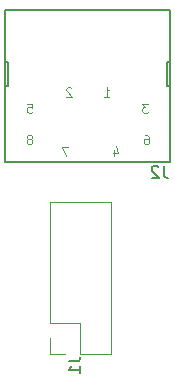
<source format=gbo>
%TF.GenerationSoftware,KiCad,Pcbnew,5.1.12-84ad8e8a86~92~ubuntu20.04.1*%
%TF.CreationDate,2021-12-07T00:05:06-06:00*%
%TF.ProjectId,portboard_mdd,706f7274-626f-4617-9264-5f726962626f,rev?*%
%TF.SameCoordinates,Original*%
%TF.FileFunction,Legend,Bot*%
%TF.FilePolarity,Positive*%
%FSLAX46Y46*%
G04 Gerber Fmt 4.6, Leading zero omitted, Abs format (unit mm)*
G04 Created by KiCad (PCBNEW 5.1.12-84ad8e8a86~92~ubuntu20.04.1) date 2021-12-07 00:05:06*
%MOMM*%
%LPD*%
G01*
G04 APERTURE LIST*
%ADD10C,0.120000*%
%ADD11C,0.127000*%
%ADD12C,0.150000*%
%ADD13C,0.065024*%
G04 APERTURE END LIST*
D10*
%TO.C,J1*%
X58360000Y-37024000D02*
X63560000Y-37024000D01*
X58360000Y-47244000D02*
X58360000Y-37024000D01*
X63560000Y-49844000D02*
X63560000Y-37024000D01*
X58360000Y-47244000D02*
X60960000Y-47244000D01*
X60960000Y-47244000D02*
X60960000Y-49844000D01*
X60960000Y-49844000D02*
X63560000Y-49844000D01*
X58360000Y-48514000D02*
X58360000Y-49844000D01*
X58360000Y-49844000D02*
X59690000Y-49844000D01*
D11*
%TO.C,J2*%
X68281000Y-27150000D02*
X68531000Y-27150000D01*
X68281000Y-25150000D02*
X68281000Y-27150000D01*
X68581000Y-25150000D02*
X68281000Y-25150000D01*
X54881000Y-27150000D02*
X54581000Y-27150000D01*
X54881000Y-25150000D02*
X54881000Y-27150000D01*
X54581000Y-25150000D02*
X54881000Y-25150000D01*
X54581000Y-25150000D02*
X54581000Y-20700000D01*
X54581000Y-27150000D02*
X54581000Y-25150000D01*
X54581000Y-33600000D02*
X54581000Y-27150000D01*
X68581000Y-33600000D02*
X54581000Y-33600000D01*
X68581000Y-25150000D02*
X68581000Y-33600000D01*
X68581000Y-20700000D02*
X68581000Y-25150000D01*
X54581000Y-20700000D02*
X68581000Y-20700000D01*
%TO.C,J1*%
D12*
X59967880Y-50466666D02*
X60682166Y-50466666D01*
X60825023Y-50419047D01*
X60920261Y-50323809D01*
X60967880Y-50180952D01*
X60967880Y-50085714D01*
X60967880Y-51466666D02*
X60967880Y-50895238D01*
X60967880Y-51180952D02*
X59967880Y-51180952D01*
X60110738Y-51085714D01*
X60205976Y-50990476D01*
X60253595Y-50895238D01*
%TO.C,J2*%
X68008190Y-33922380D02*
X68008190Y-34636666D01*
X68055809Y-34779523D01*
X68151047Y-34874761D01*
X68293904Y-34922380D01*
X68389142Y-34922380D01*
X67579619Y-34017619D02*
X67532000Y-33970000D01*
X67436761Y-33922380D01*
X67198666Y-33922380D01*
X67103428Y-33970000D01*
X67055809Y-34017619D01*
X67008190Y-34112857D01*
X67008190Y-34208095D01*
X67055809Y-34350952D01*
X67627238Y-34922380D01*
X67008190Y-34922380D01*
D13*
X63815882Y-32579457D02*
X63815882Y-33094230D01*
X63999730Y-32285300D02*
X64183577Y-32836843D01*
X63705574Y-32836843D01*
X63815882Y-32579457D02*
X63815882Y-33094230D01*
X63999730Y-32285300D02*
X64183577Y-32836843D01*
X63705574Y-32836843D01*
X59914347Y-32322070D02*
X59399574Y-32322070D01*
X59730499Y-33094230D01*
X59914347Y-32322070D02*
X59399574Y-32322070D01*
X59730499Y-33094230D01*
X60211577Y-27364609D02*
X60174808Y-27327840D01*
X60101269Y-27291070D01*
X59917421Y-27291070D01*
X59843882Y-27327840D01*
X59807113Y-27364609D01*
X59770343Y-27438148D01*
X59770343Y-27511687D01*
X59807113Y-27621996D01*
X60248347Y-28063230D01*
X59770343Y-28063230D01*
X56473113Y-28655070D02*
X56840808Y-28655070D01*
X56877577Y-29022765D01*
X56840808Y-28985996D01*
X56767269Y-28949226D01*
X56583421Y-28949226D01*
X56509882Y-28985996D01*
X56473113Y-29022765D01*
X56436343Y-29096304D01*
X56436343Y-29280152D01*
X56473113Y-29353691D01*
X56509882Y-29390460D01*
X56583421Y-29427230D01*
X56767269Y-29427230D01*
X56840808Y-29390460D01*
X56877577Y-29353691D01*
X66415882Y-31322070D02*
X66562960Y-31322070D01*
X66636499Y-31358840D01*
X66673269Y-31395609D01*
X66746808Y-31505918D01*
X66783577Y-31652996D01*
X66783577Y-31947152D01*
X66746808Y-32020691D01*
X66710038Y-32057460D01*
X66636499Y-32094230D01*
X66489421Y-32094230D01*
X66415882Y-32057460D01*
X66379113Y-32020691D01*
X66342343Y-31947152D01*
X66342343Y-31763304D01*
X66379113Y-31689765D01*
X66415882Y-31652996D01*
X66489421Y-31616226D01*
X66636499Y-31616226D01*
X66710038Y-31652996D01*
X66746808Y-31689765D01*
X66783577Y-31763304D01*
X62970343Y-28063230D02*
X63411577Y-28063230D01*
X63190960Y-28063230D02*
X63190960Y-27291070D01*
X63264499Y-27401379D01*
X63338038Y-27474918D01*
X63411577Y-27511687D01*
X66693347Y-28655070D02*
X66215343Y-28655070D01*
X66472730Y-28949226D01*
X66362421Y-28949226D01*
X66288882Y-28985996D01*
X66252113Y-29022765D01*
X66215343Y-29096304D01*
X66215343Y-29280152D01*
X66252113Y-29353691D01*
X66288882Y-29390460D01*
X66362421Y-29427230D01*
X66583038Y-29427230D01*
X66656577Y-29390460D01*
X66693347Y-29353691D01*
X56730499Y-31652996D02*
X56804038Y-31616226D01*
X56840808Y-31579457D01*
X56877577Y-31505918D01*
X56877577Y-31469148D01*
X56840808Y-31395609D01*
X56804038Y-31358840D01*
X56730499Y-31322070D01*
X56583421Y-31322070D01*
X56509882Y-31358840D01*
X56473113Y-31395609D01*
X56436343Y-31469148D01*
X56436343Y-31505918D01*
X56473113Y-31579457D01*
X56509882Y-31616226D01*
X56583421Y-31652996D01*
X56730499Y-31652996D01*
X56804038Y-31689765D01*
X56840808Y-31726535D01*
X56877577Y-31800074D01*
X56877577Y-31947152D01*
X56840808Y-32020691D01*
X56804038Y-32057460D01*
X56730499Y-32094230D01*
X56583421Y-32094230D01*
X56509882Y-32057460D01*
X56473113Y-32020691D01*
X56436343Y-31947152D01*
X56436343Y-31800074D01*
X56473113Y-31726535D01*
X56509882Y-31689765D01*
X56583421Y-31652996D01*
X56730499Y-31652996D02*
X56804038Y-31616226D01*
X56840808Y-31579457D01*
X56877577Y-31505918D01*
X56877577Y-31469148D01*
X56840808Y-31395609D01*
X56804038Y-31358840D01*
X56730499Y-31322070D01*
X56583421Y-31322070D01*
X56509882Y-31358840D01*
X56473113Y-31395609D01*
X56436343Y-31469148D01*
X56436343Y-31505918D01*
X56473113Y-31579457D01*
X56509882Y-31616226D01*
X56583421Y-31652996D01*
X56730499Y-31652996D01*
X56804038Y-31689765D01*
X56840808Y-31726535D01*
X56877577Y-31800074D01*
X56877577Y-31947152D01*
X56840808Y-32020691D01*
X56804038Y-32057460D01*
X56730499Y-32094230D01*
X56583421Y-32094230D01*
X56509882Y-32057460D01*
X56473113Y-32020691D01*
X56436343Y-31947152D01*
X56436343Y-31800074D01*
X56473113Y-31726535D01*
X56509882Y-31689765D01*
X56583421Y-31652996D01*
X66415882Y-31322070D02*
X66562960Y-31322070D01*
X66636499Y-31358840D01*
X66673269Y-31395609D01*
X66746808Y-31505918D01*
X66783577Y-31652996D01*
X66783577Y-31947152D01*
X66746808Y-32020691D01*
X66710038Y-32057460D01*
X66636499Y-32094230D01*
X66489421Y-32094230D01*
X66415882Y-32057460D01*
X66379113Y-32020691D01*
X66342343Y-31947152D01*
X66342343Y-31763304D01*
X66379113Y-31689765D01*
X66415882Y-31652996D01*
X66489421Y-31616226D01*
X66636499Y-31616226D01*
X66710038Y-31652996D01*
X66746808Y-31689765D01*
X66783577Y-31763304D01*
X56473113Y-28655070D02*
X56840808Y-28655070D01*
X56877577Y-29022765D01*
X56840808Y-28985996D01*
X56767269Y-28949226D01*
X56583421Y-28949226D01*
X56509882Y-28985996D01*
X56473113Y-29022765D01*
X56436343Y-29096304D01*
X56436343Y-29280152D01*
X56473113Y-29353691D01*
X56509882Y-29390460D01*
X56583421Y-29427230D01*
X56767269Y-29427230D01*
X56840808Y-29390460D01*
X56877577Y-29353691D01*
X66693347Y-28655070D02*
X66215343Y-28655070D01*
X66472730Y-28949226D01*
X66362421Y-28949226D01*
X66288882Y-28985996D01*
X66252113Y-29022765D01*
X66215343Y-29096304D01*
X66215343Y-29280152D01*
X66252113Y-29353691D01*
X66288882Y-29390460D01*
X66362421Y-29427230D01*
X66583038Y-29427230D01*
X66656577Y-29390460D01*
X66693347Y-29353691D01*
X60211577Y-27364609D02*
X60174808Y-27327840D01*
X60101269Y-27291070D01*
X59917421Y-27291070D01*
X59843882Y-27327840D01*
X59807113Y-27364609D01*
X59770343Y-27438148D01*
X59770343Y-27511687D01*
X59807113Y-27621996D01*
X60248347Y-28063230D01*
X59770343Y-28063230D01*
X62970343Y-28063230D02*
X63411577Y-28063230D01*
X63190960Y-28063230D02*
X63190960Y-27291070D01*
X63264499Y-27401379D01*
X63338038Y-27474918D01*
X63411577Y-27511687D01*
%TD*%
M02*

</source>
